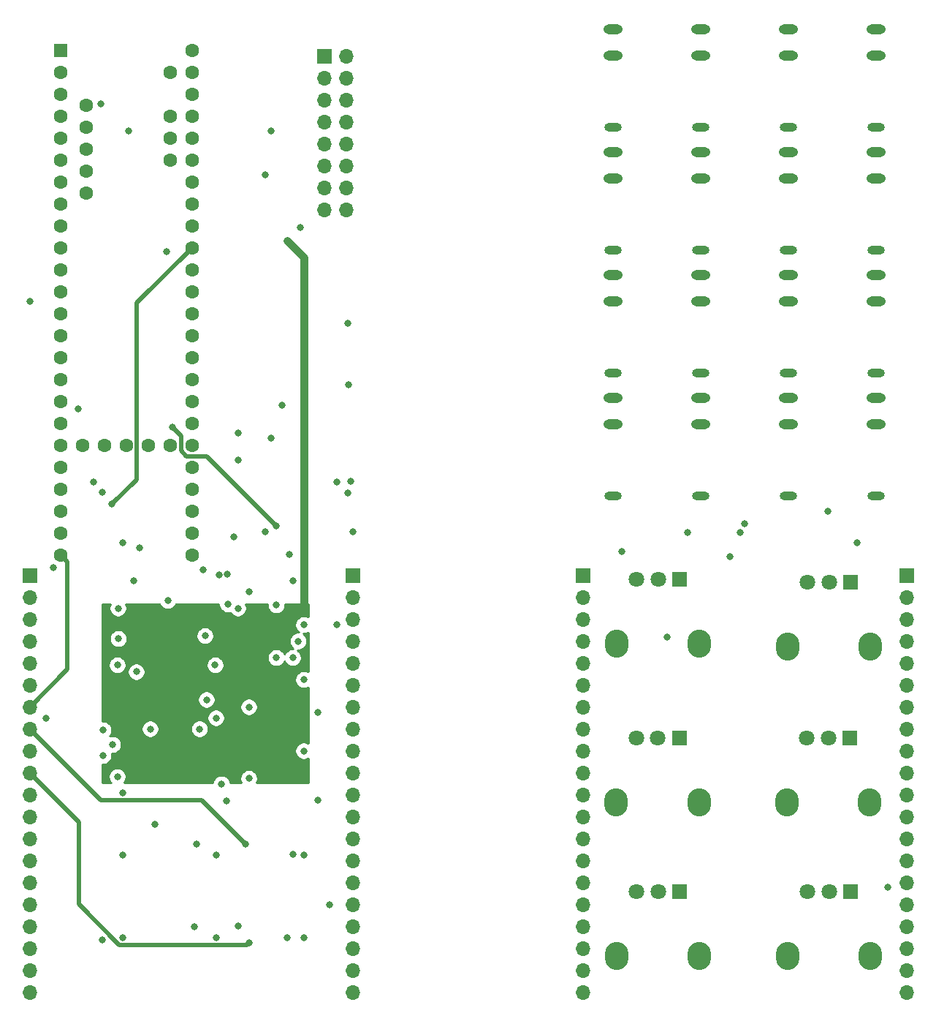
<source format=gbr>
%TF.GenerationSoftware,KiCad,Pcbnew,(5.1.6-0-10_14)*%
%TF.CreationDate,2021-03-26T18:44:24-04:00*%
%TF.ProjectId,lowstepper_hardware,6c6f7773-7465-4707-9065-725f68617264,rev?*%
%TF.SameCoordinates,Original*%
%TF.FileFunction,Copper,L5,Inr*%
%TF.FilePolarity,Positive*%
%FSLAX46Y46*%
G04 Gerber Fmt 4.6, Leading zero omitted, Abs format (unit mm)*
G04 Created by KiCad (PCBNEW (5.1.6-0-10_14)) date 2021-03-26 18:44:24*
%MOMM*%
%LPD*%
G01*
G04 APERTURE LIST*
%TA.AperFunction,ViaPad*%
%ADD10R,1.800000X1.800000*%
%TD*%
%TA.AperFunction,ViaPad*%
%ADD11C,1.800000*%
%TD*%
%TA.AperFunction,ViaPad*%
%ADD12O,2.720000X3.240000*%
%TD*%
%TA.AperFunction,ViaPad*%
%ADD13O,2.216000X1.108000*%
%TD*%
%TA.AperFunction,ViaPad*%
%ADD14O,2.016000X1.008000*%
%TD*%
%TA.AperFunction,ViaPad*%
%ADD15O,1.700000X1.700000*%
%TD*%
%TA.AperFunction,ViaPad*%
%ADD16R,1.700000X1.700000*%
%TD*%
%TA.AperFunction,ViaPad*%
%ADD17C,1.600000*%
%TD*%
%TA.AperFunction,ViaPad*%
%ADD18R,1.600000X1.600000*%
%TD*%
%TA.AperFunction,ViaPad*%
%ADD19C,0.800000*%
%TD*%
%TA.AperFunction,Conductor*%
%ADD20C,0.500000*%
%TD*%
%TA.AperFunction,Conductor*%
%ADD21C,0.890000*%
%TD*%
%TA.AperFunction,Conductor*%
%ADD22C,0.254000*%
%TD*%
G04 APERTURE END LIST*
D10*
%TO.N,+3V3*%
%TO.C,RV6*%
X267843000Y-129921000D03*
D11*
%TO.N,POT_CHUNKS_B_TOP*%
X265343000Y-129921000D03*
%TO.N,GND*%
X262843000Y-129921000D03*
D12*
%TO.N,*%
X260543000Y-137421000D03*
X270143000Y-137421000D03*
%TD*%
D10*
%TO.N,+3V3*%
%TO.C,RV3*%
X248031000Y-129921000D03*
D11*
%TO.N,POT_CHUNKS_A_TOP*%
X245531000Y-129921000D03*
%TO.N,GND*%
X243031000Y-129921000D03*
D12*
%TO.N,*%
X240731000Y-137421000D03*
X250331000Y-137421000D03*
%TD*%
D10*
%TO.N,+3V3*%
%TO.C,RV2*%
X248031000Y-93789500D03*
D11*
%TO.N,POT_RATE_A_TOP*%
X245531000Y-93789500D03*
%TO.N,GND*%
X243031000Y-93789500D03*
D12*
%TO.N,*%
X240731000Y-101289500D03*
X250331000Y-101289500D03*
%TD*%
D13*
%TO.N,GND*%
%TO.C,J1*%
X270764000Y-58544000D03*
%TO.N,Net-(J1-Pad2)*%
X270764000Y-61644000D03*
D14*
%TO.N,OUT_A_TOP*%
X270764000Y-69944000D03*
%TD*%
D13*
%TO.N,GND*%
%TO.C,J2*%
X270764000Y-72768000D03*
%TO.N,Net-(J2-Pad2)*%
X270764000Y-75868000D03*
D14*
%TO.N,OUT_B_TOP*%
X270764000Y-84168000D03*
%TD*%
D13*
%TO.N,GND*%
%TO.C,J3*%
X270764000Y-30096000D03*
%TO.N,Net-(J3-Pad2)*%
X270764000Y-33196000D03*
D14*
%TO.N,EOC_A_TOP*%
X270764000Y-41496000D03*
%TD*%
D13*
%TO.N,GND*%
%TO.C,J4*%
X270764000Y-44320000D03*
%TO.N,Net-(J4-Pad2)*%
X270764000Y-47420000D03*
D14*
%TO.N,EOC_B_TOP*%
X270764000Y-55720000D03*
%TD*%
D13*
%TO.N,GND*%
%TO.C,J5*%
X250444000Y-58544000D03*
X250444000Y-61644000D03*
D14*
%TO.N,MORPH_A_TOP*%
X250444000Y-69944000D03*
%TD*%
D13*
%TO.N,GND*%
%TO.C,J6*%
X240284000Y-58544000D03*
X240284000Y-61644000D03*
D14*
%TO.N,RATE_A_TOP*%
X240284000Y-69944000D03*
%TD*%
D13*
%TO.N,GND*%
%TO.C,J7*%
X260604000Y-58544000D03*
X260604000Y-61644000D03*
D14*
%TO.N,CHUNKS_A_TOP*%
X260604000Y-69944000D03*
%TD*%
D13*
%TO.N,GND*%
%TO.C,J9*%
X250444000Y-72768000D03*
X250444000Y-75868000D03*
D14*
%TO.N,MORPH_B_TOP*%
X250444000Y-84168000D03*
%TD*%
D13*
%TO.N,GND*%
%TO.C,J10*%
X240284000Y-72768000D03*
X240284000Y-75868000D03*
D14*
%TO.N,RATE_B_TOP*%
X240284000Y-84168000D03*
%TD*%
D13*
%TO.N,GND*%
%TO.C,J11*%
X260604000Y-72768000D03*
X260604000Y-75868000D03*
D14*
%TO.N,CHUNKS_B_TOP*%
X260604000Y-84168000D03*
%TD*%
D13*
%TO.N,GND*%
%TO.C,J12*%
X250444000Y-30096000D03*
%TO.N,CLK_A_SENSE_TOP*%
X250444000Y-33196000D03*
D14*
%TO.N,CLK_A_TOP*%
X250444000Y-41496000D03*
%TD*%
D13*
%TO.N,GND*%
%TO.C,J13*%
X240284000Y-30096000D03*
%TO.N,TRIG_A_SENSE_TOP*%
X240284000Y-33196000D03*
D14*
%TO.N,TRIG_A_TOP*%
X240284000Y-41496000D03*
%TD*%
D13*
%TO.N,GND*%
%TO.C,J14*%
X260604000Y-30096000D03*
%TO.N,RST_A_SENSE_TOP*%
X260604000Y-33196000D03*
D14*
%TO.N,RST_A_TOP*%
X260604000Y-41496000D03*
%TD*%
D13*
%TO.N,GND*%
%TO.C,J15*%
X250444000Y-44320000D03*
%TO.N,CLK_B_SENSE_TOP*%
X250444000Y-47420000D03*
D14*
%TO.N,CLK_B_TOP*%
X250444000Y-55720000D03*
%TD*%
D13*
%TO.N,GND*%
%TO.C,J16*%
X240284000Y-44320000D03*
%TO.N,TRIG_B_SENSE_TOP*%
X240284000Y-47420000D03*
D14*
%TO.N,TRIG_B_TOP*%
X240284000Y-55720000D03*
%TD*%
D13*
%TO.N,GND*%
%TO.C,J17*%
X260604000Y-44320000D03*
%TO.N,RST_B_SENSE_TOP*%
X260604000Y-47420000D03*
D14*
%TO.N,RST_B_TOP*%
X260604000Y-55720000D03*
%TD*%
D15*
%TO.N,GND*%
%TO.C,J19*%
X236855000Y-141605000D03*
%TO.N,BTN_TOP*%
X236855000Y-139065000D03*
%TO.N,POT_CHUNKS_A_TOP*%
X236855000Y-136525000D03*
%TO.N,POT_MORPH_A_TOP*%
X236855000Y-133985000D03*
%TO.N,POT_RATE_A_TOP*%
X236855000Y-131445000D03*
%TO.N,LED_A_B_TOP*%
X236855000Y-128905000D03*
%TO.N,LED_A_G_TOP*%
X236855000Y-126365000D03*
%TO.N,LED_A_R_TOP*%
X236855000Y-123825000D03*
%TO.N,MORPH_B_TOP*%
X236855000Y-121285000D03*
%TO.N,MORPH_A_TOP*%
X236855000Y-118745000D03*
%TO.N,CLK_B_TOP*%
X236855000Y-116205000D03*
%TO.N,CLK_B_SENSE_TOP*%
X236855000Y-113665000D03*
%TO.N,CLK_A_TOP*%
X236855000Y-111125000D03*
%TO.N,CLK_A_SENSE_TOP*%
X236855000Y-108585000D03*
%TO.N,TRIG_A_TOP*%
X236855000Y-106045000D03*
%TO.N,TRIG_A_SENSE_TOP*%
X236855000Y-103505000D03*
%TO.N,TRIG_B_TOP*%
X236855000Y-100965000D03*
%TO.N,TRIG_B_SENSE_TOP*%
X236855000Y-98425000D03*
%TO.N,RATE_A_TOP*%
X236855000Y-95885000D03*
D16*
%TO.N,RATE_B_TOP*%
X236855000Y-93345000D03*
%TD*%
D12*
%TO.N,*%
%TO.C,RV1*%
X250291600Y-119634000D03*
X240691600Y-119634000D03*
D11*
%TO.N,GND*%
X242991600Y-112134000D03*
%TO.N,POT_MORPH_A_TOP*%
X245491600Y-112134000D03*
D10*
%TO.N,+3V3*%
X247991600Y-112134000D03*
%TD*%
%TO.N,+3V3*%
%TO.C,RV5*%
X267843000Y-94100000D03*
D11*
%TO.N,POT_RATE_B_TOP*%
X265343000Y-94100000D03*
%TO.N,GND*%
X262843000Y-94100000D03*
D12*
%TO.N,*%
X260543000Y-101600000D03*
X270143000Y-101600000D03*
%TD*%
%TO.N,*%
%TO.C,RV4*%
X270077000Y-119634000D03*
X260477000Y-119634000D03*
D11*
%TO.N,GND*%
X262777000Y-112134000D03*
%TO.N,POT_MORPH_B_TOP*%
X265277000Y-112134000D03*
D10*
%TO.N,+3V3*%
X267777000Y-112134000D03*
%TD*%
D15*
%TO.N,+3V3*%
%TO.C,J18*%
X274320000Y-141605000D03*
%TO.N,Net-(J18-Pad19)*%
X274320000Y-139065000D03*
%TO.N,POT_CHUNKS_B_TOP*%
X274320000Y-136525000D03*
%TO.N,POT_MORPH_B_TOP*%
X274320000Y-133985000D03*
%TO.N,POT_RATE_B_TOP*%
X274320000Y-131445000D03*
%TO.N,LED_B_B_TOP*%
X274320000Y-128905000D03*
%TO.N,LED_B_G_TOP*%
X274320000Y-126365000D03*
%TO.N,LED_B_R_TOP*%
X274320000Y-123825000D03*
%TO.N,CHUNKS_B_TOP*%
X274320000Y-121285000D03*
%TO.N,CHUNKS_A_TOP*%
X274320000Y-118745000D03*
%TO.N,RST_B_TOP*%
X274320000Y-116205000D03*
%TO.N,RST_B_SENSE_TOP*%
X274320000Y-113665000D03*
%TO.N,RST_A_TOP*%
X274320000Y-111125000D03*
%TO.N,RST_A_SENSE_TOP*%
X274320000Y-108585000D03*
%TO.N,Net-(J18-Pad6)*%
X274320000Y-106045000D03*
%TO.N,Net-(J18-Pad5)*%
X274320000Y-103505000D03*
%TO.N,EOC_A_TOP*%
X274320000Y-100965000D03*
%TO.N,EOC_B_TOP*%
X274320000Y-98425000D03*
%TO.N,OUT_A_TOP*%
X274320000Y-95885000D03*
D16*
%TO.N,OUT_B_TOP*%
X274320000Y-93345000D03*
%TD*%
D17*
%TO.N,N/C*%
%TO.C,U3*%
X179276000Y-49085500D03*
X179276000Y-46545500D03*
X179276000Y-44005500D03*
X179276000Y-41465500D03*
X179276000Y-38925500D03*
%TO.N,Net-(U3-Pad57)*%
X188976000Y-45275500D03*
%TO.N,Net-(U3-Pad56)*%
X188976000Y-42735500D03*
%TO.N,Net-(U3-Pad55)*%
X188976000Y-40195500D03*
%TO.N,Net-(U3-Pad54)*%
X188976000Y-35115500D03*
%TO.N,+5V*%
X191516000Y-32575500D03*
%TO.N,Net-(U3-Pad52)*%
X191516000Y-35115500D03*
%TO.N,+3V3*%
X191516000Y-37655500D03*
%TO.N,POT_RATE_B_BOTTOM*%
X191516000Y-40195500D03*
%TO.N,POT_MORPH_B_BOTTOM*%
X191516000Y-42735500D03*
%TO.N,POT_CHUNKS_B_BOTTOM*%
X191516000Y-45275500D03*
%TO.N,/RATE_CV_B*%
X191516000Y-47815500D03*
%TO.N,/MORPH_CV_B*%
X191516000Y-50355500D03*
%TO.N,/CHUNK_CV_B*%
X191516000Y-52895500D03*
%TO.N,RST_B_SENSE_BOTTOM*%
X191516000Y-55435500D03*
%TO.N,TRIG_B_SENSE_BOTTOM*%
X191516000Y-57975500D03*
%TO.N,CLK_B_SENSE_BOTTOM*%
X191516000Y-60515500D03*
%TO.N,BTN_BOTTOM*%
X191516000Y-63055500D03*
%TO.N,Net-(U3-Pad40)*%
X191516000Y-65595500D03*
%TO.N,GND*%
X191516000Y-68135500D03*
%TO.N,/DAC_OUT_B*%
X191516000Y-70675500D03*
D18*
%TO.N,GND*%
X176276000Y-32575500D03*
D17*
%TO.N,/EOC_A*%
X176276000Y-35115500D03*
%TO.N,/EOC_B*%
X176276000Y-37655500D03*
%TO.N,Net-(U3-Pad4)*%
X176276000Y-40195500D03*
%TO.N,LED_A_R_BOTTOM*%
X176276000Y-42735500D03*
%TO.N,LED_A_G_BOTTOM*%
X176276000Y-45275500D03*
%TO.N,LED_A_B_BOTTOM*%
X176276000Y-47815500D03*
%TO.N,LED_B_R_BOTTOM*%
X176276000Y-50355500D03*
%TO.N,Net-(U3-Pad9)*%
X176276000Y-52895500D03*
%TO.N,Net-(U3-Pad10)*%
X176276000Y-55435500D03*
%TO.N,LED_B_G_BOTTOM*%
X176276000Y-57975500D03*
%TO.N,LED_B_B_BOTTOM*%
X176276000Y-60515500D03*
%TO.N,Net-(U3-Pad13)*%
X176276000Y-63055500D03*
%TO.N,/DAC_OUT_A*%
X191516000Y-73215500D03*
%TO.N,Net-(U3-Pad36)*%
X191516000Y-75755500D03*
%TO.N,/CHUNK_CV_A*%
X191516000Y-78295500D03*
%TO.N,/MORPH_CV_A*%
X191516000Y-80835500D03*
%TO.N,/RATE_CV_A*%
X191516000Y-83375500D03*
%TO.N,POT_CHUNKS_A_BOTTOM*%
X191516000Y-85915500D03*
%TO.N,POT_MORPH_A_BOTTOM*%
X191516000Y-88455500D03*
%TO.N,POT_RATE_A_BOTTOM*%
X191516000Y-90995500D03*
%TO.N,Net-(U3-Pad29)*%
X188976000Y-78295500D03*
%TO.N,Net-(U3-Pad28)*%
X186436000Y-78295500D03*
%TO.N,GND*%
X183896000Y-78295500D03*
%TO.N,Net-(U3-Pad26)*%
X181356000Y-78295500D03*
%TO.N,Net-(U3-Pad25)*%
X178816000Y-78295500D03*
%TO.N,RST_A_SENSE_BOTTOM*%
X176276000Y-90995500D03*
%TO.N,TRIG_A_SENSE_BOTTOM*%
X176276000Y-88455500D03*
%TO.N,CLK_A_SENSE_BOTTOM*%
X176276000Y-85915500D03*
%TO.N,/RESET_IN_B*%
X176276000Y-83375500D03*
%TO.N,Net-(U3-Pad14)*%
X176276000Y-65595500D03*
%TO.N,Net-(U3-Pad15)*%
X176276000Y-68135500D03*
%TO.N,/CLK_IN_A*%
X176276000Y-70675500D03*
%TO.N,/TRIG_IN_B*%
X176276000Y-80835500D03*
%TO.N,/CLK_IN_B*%
X176276000Y-78295500D03*
%TO.N,/RESET_IN_A*%
X176276000Y-75755500D03*
%TO.N,/TRIG_IN_A*%
X176276000Y-73215500D03*
%TD*%
D15*
%TO.N,Net-(J8-Pad16)*%
%TO.C,J8*%
X209423000Y-51054000D03*
%TO.N,Net-(J8-Pad15)*%
X206883000Y-51054000D03*
%TO.N,Net-(J8-Pad14)*%
X209423000Y-48514000D03*
%TO.N,Net-(J8-Pad13)*%
X206883000Y-48514000D03*
%TO.N,+5V*%
X209423000Y-45974000D03*
X206883000Y-45974000D03*
%TO.N,+12V*%
X209423000Y-43434000D03*
X206883000Y-43434000D03*
%TO.N,GND*%
X209423000Y-40894000D03*
X206883000Y-40894000D03*
X209423000Y-38354000D03*
X206883000Y-38354000D03*
X209423000Y-35814000D03*
X206883000Y-35814000D03*
%TO.N,-12V*%
X209423000Y-33274000D03*
D16*
X206883000Y-33274000D03*
%TD*%
D15*
%TO.N,+3V3*%
%TO.C,J20*%
X172720000Y-141605000D03*
%TO.N,Net-(J20-Pad19)*%
X172720000Y-139065000D03*
%TO.N,POT_CHUNKS_B_BOTTOM*%
X172720000Y-136525000D03*
%TO.N,POT_MORPH_B_BOTTOM*%
X172720000Y-133985000D03*
%TO.N,POT_RATE_B_BOTTOM*%
X172720000Y-131445000D03*
%TO.N,LED_B_B_BOTTOM*%
X172720000Y-128905000D03*
%TO.N,LED_B_G_BOTTOM*%
X172720000Y-126365000D03*
%TO.N,LED_B_R_BOTTOM*%
X172720000Y-123825000D03*
%TO.N,CHUNKS_B_BOTTOM*%
X172720000Y-121285000D03*
%TO.N,CHUNKS_A_BOTTOM*%
X172720000Y-118745000D03*
%TO.N,RST_B_BOTTOM*%
X172720000Y-116205000D03*
%TO.N,RST_B_SENSE_BOTTOM*%
X172720000Y-113665000D03*
%TO.N,RST_A_BOTTOM*%
X172720000Y-111125000D03*
%TO.N,RST_A_SENSE_BOTTOM*%
X172720000Y-108585000D03*
%TO.N,Net-(J20-Pad6)*%
X172720000Y-106045000D03*
%TO.N,Net-(J20-Pad5)*%
X172720000Y-103505000D03*
%TO.N,EOC_A_BOTTOM*%
X172720000Y-100965000D03*
%TO.N,EOC_B_BOTTOM*%
X172720000Y-98425000D03*
%TO.N,OUT_A_BOTTOM*%
X172720000Y-95885000D03*
D16*
%TO.N,OUT_B_BOTTOM*%
X172720000Y-93345000D03*
%TD*%
D15*
%TO.N,GND*%
%TO.C,J21*%
X210185000Y-141605000D03*
%TO.N,BTN_BOTTOM*%
X210185000Y-139065000D03*
%TO.N,POT_CHUNKS_A_BOTTOM*%
X210185000Y-136525000D03*
%TO.N,POT_MORPH_A_BOTTOM*%
X210185000Y-133985000D03*
%TO.N,POT_RATE_A_BOTTOM*%
X210185000Y-131445000D03*
%TO.N,LED_A_B_BOTTOM*%
X210185000Y-128905000D03*
%TO.N,LED_A_G_BOTTOM*%
X210185000Y-126365000D03*
%TO.N,LED_A_R_BOTTOM*%
X210185000Y-123825000D03*
%TO.N,MORPH_B_BOTTOM*%
X210185000Y-121285000D03*
%TO.N,MORPH_A_BOTTOM*%
X210185000Y-118745000D03*
%TO.N,CLK_B_BOTTOM*%
X210185000Y-116205000D03*
%TO.N,CLK_B_SENSE_BOTTOM*%
X210185000Y-113665000D03*
%TO.N,CLK_A_BOTTOM*%
X210185000Y-111125000D03*
%TO.N,CLK_A_SENSE_BOTTOM*%
X210185000Y-108585000D03*
%TO.N,TRIG_A_BOTTOM*%
X210185000Y-106045000D03*
%TO.N,TRIG_A_SENSE_BOTTOM*%
X210185000Y-103505000D03*
%TO.N,TRIG_B_BOTTOM*%
X210185000Y-100965000D03*
%TO.N,TRIG_B_SENSE_BOTTOM*%
X210185000Y-98425000D03*
%TO.N,RATE_A_BOTTOM*%
X210185000Y-95885000D03*
D16*
%TO.N,RATE_B_BOTTOM*%
X210185000Y-93345000D03*
%TD*%
D19*
%TO.N,GND*%
X203263500Y-125666500D03*
X201295000Y-102870000D03*
X209931000Y-82486500D03*
X201295000Y-96774000D03*
X193040000Y-100330000D03*
X202819000Y-90932000D03*
X187198000Y-122174000D03*
X192024000Y-124460000D03*
X181102000Y-135509000D03*
X191770000Y-133985000D03*
X202565000Y-135255000D03*
X192405000Y-111125000D03*
X194310000Y-109855000D03*
X248920041Y-88415999D03*
X241363500Y-90614500D03*
%TO.N,+3V3*%
X204470000Y-135255000D03*
X194310000Y-135255000D03*
X183515000Y-135255000D03*
X183515000Y-125730000D03*
X194310000Y-125730000D03*
X204470000Y-125730000D03*
X193206116Y-107735000D03*
X196850000Y-97155000D03*
X209550000Y-83820000D03*
%TO.N,/EOC_A*%
X184150000Y-41910000D03*
X180975000Y-38735000D03*
X201295000Y-87630000D03*
X189230000Y-76200000D03*
%TO.N,/EOC_B*%
X209550000Y-64135000D03*
%TO.N,+5V*%
X200660000Y-41910000D03*
X200025000Y-46990000D03*
X209677000Y-71247000D03*
%TO.N,/RATE_CV_B*%
X195656367Y-93215191D03*
X195677459Y-96676541D03*
X188722000Y-96266000D03*
%TO.N,/MORPH_CV_B*%
X194657041Y-93251959D03*
%TO.N,/CHUNK_CV_B*%
X198120000Y-95250000D03*
%TO.N,/CHUNK_CV_A*%
X181229000Y-111252000D03*
X181208065Y-114193935D03*
%TO.N,/RATE_CV_A*%
X181102000Y-83693000D03*
%TO.N,/TRIG_IN_B*%
X175475000Y-92475999D03*
%TO.N,/CLK_IN_B*%
X174625000Y-109855000D03*
%TO.N,/RESET_IN_A*%
X180086000Y-82550000D03*
%TO.N,/TRIG_IN_A*%
X178376001Y-74041000D03*
%TO.N,/AREF_-10V*%
X204470000Y-97155000D03*
X202565000Y-54610000D03*
%TO.N,-12V*%
X208280000Y-82550000D03*
X204089000Y-53086000D03*
%TO.N,+12V*%
X201930000Y-73660000D03*
%TO.N,/Morph_CV_A_cct/AREF_-10V*%
X185086688Y-104511228D03*
%TO.N,/Rate_CV_A_cct/AREF_-10V*%
X182346647Y-112928353D03*
%TO.N,/Chunks_CV_A_cct/AREF_-10V*%
X204470000Y-113665000D03*
%TO.N,/Morph_CV_B_cct/AREF_-10V*%
X204470000Y-105410000D03*
%TO.N,/Rate_CV_B_cct/AREF_-10V*%
X182968000Y-97155000D03*
%TO.N,/Chunks_CV_B_cct/AREF_-10V*%
X204470000Y-99060000D03*
%TO.N,POT_RATE_A_TOP*%
X246623693Y-100472093D03*
%TO.N,LED_A_B_TOP*%
X255016000Y-88392000D03*
%TO.N,LED_A_R_TOP*%
X253873000Y-91186000D03*
%TO.N,LED_B_G_BOTTOM*%
X172720000Y-61595000D03*
%TO.N,CHUNKS_A_BOTTOM*%
X182880000Y-116648020D03*
%TO.N,RST_B_BOTTOM*%
X198120000Y-135890000D03*
%TO.N,RST_A_BOTTOM*%
X197700000Y-124460000D03*
%TO.N,EOC_A_BOTTOM*%
X203200000Y-102870000D03*
%TO.N,EOC_B_BOTTOM*%
X210185000Y-88265000D03*
%TO.N,OUT_A_BOTTOM*%
X200660000Y-77470000D03*
X196357042Y-88900000D03*
X192825000Y-92710000D03*
%TO.N,OUT_B_BOTTOM*%
X184785000Y-93980000D03*
X196850000Y-80010000D03*
X196850000Y-76835000D03*
%TO.N,POT_RATE_B_TOP*%
X272169999Y-129413000D03*
%TO.N,RST_A_TOP*%
X268605000Y-89535000D03*
X265249015Y-85905986D03*
%TO.N,CHUNKS_B_BOTTOM*%
X183515000Y-118530000D03*
X198120000Y-116840000D03*
X206100465Y-109188688D03*
X203835000Y-100965000D03*
%TO.N,RST_B_SENSE_BOTTOM*%
X182274541Y-85119541D03*
%TO.N,MORPH_A_BOTTOM*%
X186690000Y-111125000D03*
%TO.N,RATE_A_BOTTOM*%
X182880000Y-103720000D03*
%TO.N,CLK_A_SENSE_BOTTOM*%
X198120000Y-108585000D03*
X185420000Y-90170000D03*
%TO.N,POT_CHUNKS_A_BOTTOM*%
X200025000Y-88265000D03*
%TO.N,POT_MORPH_A_BOTTOM*%
X195505005Y-119454995D03*
X207495010Y-131445000D03*
%TO.N,POT_RATE_A_BOTTOM*%
X194945000Y-117498020D03*
%TO.N,LED_A_B_BOTTOM*%
X188595000Y-55880000D03*
%TO.N,LED_A_G_BOTTOM*%
X203200000Y-93980000D03*
%TO.N,MORPH_B_BOTTOM*%
X206094990Y-119380000D03*
%TO.N,TRIG_A_SENSE_BOTTOM*%
X183515000Y-89535000D03*
X183001488Y-100671030D03*
%TO.N,TRIG_B_BOTTOM*%
X196850000Y-133973002D03*
%TO.N,RATE_B_BOTTOM*%
X208280000Y-99060000D03*
X194220209Y-103720000D03*
%TO.N,BTN_TOP*%
X255524000Y-87376000D03*
%TD*%
D20*
%TO.N,/EOC_A*%
X189230000Y-76200000D02*
X190265999Y-77235999D01*
X190265999Y-77235999D02*
X190265999Y-78895501D01*
X190265999Y-78895501D02*
X190915999Y-79545501D01*
X190915999Y-79545501D02*
X193210501Y-79545501D01*
X193210501Y-79545501D02*
X201295000Y-87630000D01*
D21*
%TO.N,/AREF_-10V*%
X202565000Y-54610000D02*
X204470000Y-56515000D01*
X204470000Y-56515000D02*
X204470000Y-97155000D01*
D20*
%TO.N,RST_B_BOTTOM*%
X198120000Y-135890000D02*
X197904999Y-136105001D01*
X178435000Y-131433002D02*
X183106999Y-136105001D01*
X183106999Y-136105001D02*
X197904999Y-136105001D01*
X178435000Y-121920000D02*
X178435000Y-131433002D01*
X178435000Y-121920000D02*
X172720000Y-116205000D01*
%TO.N,RST_A_BOTTOM*%
X192620000Y-119380000D02*
X180975000Y-119380000D01*
X180975000Y-119380000D02*
X172720000Y-111125000D01*
X197700000Y-124460000D02*
X192620000Y-119380000D01*
%TO.N,RST_B_SENSE_BOTTOM*%
X182274541Y-85119541D02*
X185146001Y-82248081D01*
X185146001Y-82248081D02*
X185146001Y-61805499D01*
X185146001Y-61805499D02*
X191516000Y-55435500D01*
%TO.N,RST_A_SENSE_BOTTOM*%
X172720000Y-108585000D02*
X177075999Y-104229001D01*
X177075999Y-104229001D02*
X177075999Y-91795499D01*
X177075999Y-91795499D02*
X176276000Y-90995500D01*
%TD*%
D22*
%TO.N,/AREF_-10V*%
G36*
X182050795Y-96664744D02*
G01*
X181972774Y-96853102D01*
X181933000Y-97053061D01*
X181933000Y-97256939D01*
X181972774Y-97456898D01*
X182050795Y-97645256D01*
X182164063Y-97814774D01*
X182308226Y-97958937D01*
X182477744Y-98072205D01*
X182666102Y-98150226D01*
X182866061Y-98190000D01*
X183069939Y-98190000D01*
X183269898Y-98150226D01*
X183458256Y-98072205D01*
X183627774Y-97958937D01*
X183771937Y-97814774D01*
X183885205Y-97645256D01*
X183963226Y-97456898D01*
X184003000Y-97256939D01*
X184003000Y-97053061D01*
X183963226Y-96853102D01*
X183885205Y-96664744D01*
X183873349Y-96647000D01*
X187759539Y-96647000D01*
X187804795Y-96756256D01*
X187918063Y-96925774D01*
X188062226Y-97069937D01*
X188231744Y-97183205D01*
X188420102Y-97261226D01*
X188620061Y-97301000D01*
X188823939Y-97301000D01*
X189023898Y-97261226D01*
X189212256Y-97183205D01*
X189381774Y-97069937D01*
X189525937Y-96925774D01*
X189639205Y-96756256D01*
X189684461Y-96647000D01*
X194642459Y-96647000D01*
X194642459Y-96778480D01*
X194682233Y-96978439D01*
X194760254Y-97166797D01*
X194873522Y-97336315D01*
X195017685Y-97480478D01*
X195187203Y-97593746D01*
X195375561Y-97671767D01*
X195575520Y-97711541D01*
X195779398Y-97711541D01*
X195953893Y-97676832D01*
X196046063Y-97814774D01*
X196190226Y-97958937D01*
X196359744Y-98072205D01*
X196548102Y-98150226D01*
X196748061Y-98190000D01*
X196951939Y-98190000D01*
X197151898Y-98150226D01*
X197340256Y-98072205D01*
X197509774Y-97958937D01*
X197653937Y-97814774D01*
X197767205Y-97645256D01*
X197845226Y-97456898D01*
X197885000Y-97256939D01*
X197885000Y-97053061D01*
X197845226Y-96853102D01*
X197767205Y-96664744D01*
X197755349Y-96647000D01*
X200264985Y-96647000D01*
X200260000Y-96672061D01*
X200260000Y-96875939D01*
X200299774Y-97075898D01*
X200377795Y-97264256D01*
X200491063Y-97433774D01*
X200635226Y-97577937D01*
X200804744Y-97691205D01*
X200993102Y-97769226D01*
X201193061Y-97809000D01*
X201396939Y-97809000D01*
X201596898Y-97769226D01*
X201785256Y-97691205D01*
X201954774Y-97577937D01*
X202098937Y-97433774D01*
X202212205Y-97264256D01*
X202290226Y-97075898D01*
X202330000Y-96875939D01*
X202330000Y-96672061D01*
X202325015Y-96647000D01*
X204978000Y-96647000D01*
X204978000Y-98154651D01*
X204960256Y-98142795D01*
X204771898Y-98064774D01*
X204571939Y-98025000D01*
X204368061Y-98025000D01*
X204168102Y-98064774D01*
X203979744Y-98142795D01*
X203810226Y-98256063D01*
X203666063Y-98400226D01*
X203552795Y-98569744D01*
X203474774Y-98758102D01*
X203435000Y-98958061D01*
X203435000Y-99161939D01*
X203474774Y-99361898D01*
X203552795Y-99550256D01*
X203666063Y-99719774D01*
X203810226Y-99863937D01*
X203909097Y-99930000D01*
X203733061Y-99930000D01*
X203533102Y-99969774D01*
X203344744Y-100047795D01*
X203175226Y-100161063D01*
X203031063Y-100305226D01*
X202917795Y-100474744D01*
X202839774Y-100663102D01*
X202800000Y-100863061D01*
X202800000Y-101066939D01*
X202839774Y-101266898D01*
X202917795Y-101455256D01*
X203031063Y-101624774D01*
X203175226Y-101768937D01*
X203274097Y-101835000D01*
X203098061Y-101835000D01*
X202898102Y-101874774D01*
X202709744Y-101952795D01*
X202540226Y-102066063D01*
X202396063Y-102210226D01*
X202282795Y-102379744D01*
X202247500Y-102464953D01*
X202212205Y-102379744D01*
X202098937Y-102210226D01*
X201954774Y-102066063D01*
X201785256Y-101952795D01*
X201596898Y-101874774D01*
X201396939Y-101835000D01*
X201193061Y-101835000D01*
X200993102Y-101874774D01*
X200804744Y-101952795D01*
X200635226Y-102066063D01*
X200491063Y-102210226D01*
X200377795Y-102379744D01*
X200299774Y-102568102D01*
X200260000Y-102768061D01*
X200260000Y-102971939D01*
X200299774Y-103171898D01*
X200377795Y-103360256D01*
X200491063Y-103529774D01*
X200635226Y-103673937D01*
X200804744Y-103787205D01*
X200993102Y-103865226D01*
X201193061Y-103905000D01*
X201396939Y-103905000D01*
X201596898Y-103865226D01*
X201785256Y-103787205D01*
X201954774Y-103673937D01*
X202098937Y-103529774D01*
X202212205Y-103360256D01*
X202247500Y-103275047D01*
X202282795Y-103360256D01*
X202396063Y-103529774D01*
X202540226Y-103673937D01*
X202709744Y-103787205D01*
X202898102Y-103865226D01*
X203098061Y-103905000D01*
X203301939Y-103905000D01*
X203501898Y-103865226D01*
X203690256Y-103787205D01*
X203859774Y-103673937D01*
X204003937Y-103529774D01*
X204117205Y-103360256D01*
X204195226Y-103171898D01*
X204235000Y-102971939D01*
X204235000Y-102768061D01*
X204195226Y-102568102D01*
X204117205Y-102379744D01*
X204003937Y-102210226D01*
X203859774Y-102066063D01*
X203760903Y-102000000D01*
X203936939Y-102000000D01*
X204136898Y-101960226D01*
X204325256Y-101882205D01*
X204494774Y-101768937D01*
X204638937Y-101624774D01*
X204752205Y-101455256D01*
X204830226Y-101266898D01*
X204870000Y-101066939D01*
X204870000Y-100863061D01*
X204830226Y-100663102D01*
X204752205Y-100474744D01*
X204638937Y-100305226D01*
X204494774Y-100161063D01*
X204395903Y-100095000D01*
X204571939Y-100095000D01*
X204771898Y-100055226D01*
X204960256Y-99977205D01*
X204978000Y-99965349D01*
X204978000Y-104504651D01*
X204960256Y-104492795D01*
X204771898Y-104414774D01*
X204571939Y-104375000D01*
X204368061Y-104375000D01*
X204168102Y-104414774D01*
X203979744Y-104492795D01*
X203810226Y-104606063D01*
X203666063Y-104750226D01*
X203552795Y-104919744D01*
X203474774Y-105108102D01*
X203435000Y-105308061D01*
X203435000Y-105511939D01*
X203474774Y-105711898D01*
X203552795Y-105900256D01*
X203666063Y-106069774D01*
X203810226Y-106213937D01*
X203979744Y-106327205D01*
X204168102Y-106405226D01*
X204368061Y-106445000D01*
X204571939Y-106445000D01*
X204771898Y-106405226D01*
X204960256Y-106327205D01*
X204978000Y-106315349D01*
X204978000Y-112759651D01*
X204960256Y-112747795D01*
X204771898Y-112669774D01*
X204571939Y-112630000D01*
X204368061Y-112630000D01*
X204168102Y-112669774D01*
X203979744Y-112747795D01*
X203810226Y-112861063D01*
X203666063Y-113005226D01*
X203552795Y-113174744D01*
X203474774Y-113363102D01*
X203435000Y-113563061D01*
X203435000Y-113766939D01*
X203474774Y-113966898D01*
X203552795Y-114155256D01*
X203666063Y-114324774D01*
X203810226Y-114468937D01*
X203979744Y-114582205D01*
X204168102Y-114660226D01*
X204368061Y-114700000D01*
X204571939Y-114700000D01*
X204771898Y-114660226D01*
X204960256Y-114582205D01*
X204978000Y-114570349D01*
X204978000Y-117348000D01*
X199025349Y-117348000D01*
X199037205Y-117330256D01*
X199115226Y-117141898D01*
X199155000Y-116941939D01*
X199155000Y-116738061D01*
X199115226Y-116538102D01*
X199037205Y-116349744D01*
X198923937Y-116180226D01*
X198779774Y-116036063D01*
X198610256Y-115922795D01*
X198421898Y-115844774D01*
X198221939Y-115805000D01*
X198018061Y-115805000D01*
X197818102Y-115844774D01*
X197629744Y-115922795D01*
X197460226Y-116036063D01*
X197316063Y-116180226D01*
X197202795Y-116349744D01*
X197124774Y-116538102D01*
X197085000Y-116738061D01*
X197085000Y-116941939D01*
X197124774Y-117141898D01*
X197202795Y-117330256D01*
X197214651Y-117348000D01*
X195970436Y-117348000D01*
X195940226Y-117196122D01*
X195862205Y-117007764D01*
X195748937Y-116838246D01*
X195604774Y-116694083D01*
X195435256Y-116580815D01*
X195246898Y-116502794D01*
X195046939Y-116463020D01*
X194843061Y-116463020D01*
X194643102Y-116502794D01*
X194454744Y-116580815D01*
X194285226Y-116694083D01*
X194141063Y-116838246D01*
X194027795Y-117007764D01*
X193949774Y-117196122D01*
X193919564Y-117348000D01*
X183643731Y-117348000D01*
X183683937Y-117307794D01*
X183797205Y-117138276D01*
X183875226Y-116949918D01*
X183915000Y-116749959D01*
X183915000Y-116546081D01*
X183875226Y-116346122D01*
X183797205Y-116157764D01*
X183683937Y-115988246D01*
X183539774Y-115844083D01*
X183370256Y-115730815D01*
X183181898Y-115652794D01*
X182981939Y-115613020D01*
X182778061Y-115613020D01*
X182578102Y-115652794D01*
X182389744Y-115730815D01*
X182220226Y-115844083D01*
X182076063Y-115988246D01*
X181962795Y-116157764D01*
X181884774Y-116346122D01*
X181845000Y-116546081D01*
X181845000Y-116749959D01*
X181884774Y-116949918D01*
X181962795Y-117138276D01*
X182076063Y-117307794D01*
X182116269Y-117348000D01*
X181102000Y-117348000D01*
X181102000Y-115228114D01*
X181106126Y-115228935D01*
X181310004Y-115228935D01*
X181509963Y-115189161D01*
X181698321Y-115111140D01*
X181867839Y-114997872D01*
X182012002Y-114853709D01*
X182125270Y-114684191D01*
X182203291Y-114495833D01*
X182243065Y-114295874D01*
X182243065Y-114091996D01*
X182216355Y-113957713D01*
X182244708Y-113963353D01*
X182448586Y-113963353D01*
X182648545Y-113923579D01*
X182836903Y-113845558D01*
X183006421Y-113732290D01*
X183150584Y-113588127D01*
X183263852Y-113418609D01*
X183341873Y-113230251D01*
X183381647Y-113030292D01*
X183381647Y-112826414D01*
X183341873Y-112626455D01*
X183263852Y-112438097D01*
X183150584Y-112268579D01*
X183006421Y-112124416D01*
X182836903Y-112011148D01*
X182648545Y-111933127D01*
X182448586Y-111893353D01*
X182244708Y-111893353D01*
X182044749Y-111933127D01*
X181988133Y-111956578D01*
X182032937Y-111911774D01*
X182146205Y-111742256D01*
X182224226Y-111553898D01*
X182264000Y-111353939D01*
X182264000Y-111150061D01*
X182238739Y-111023061D01*
X185655000Y-111023061D01*
X185655000Y-111226939D01*
X185694774Y-111426898D01*
X185772795Y-111615256D01*
X185886063Y-111784774D01*
X186030226Y-111928937D01*
X186199744Y-112042205D01*
X186388102Y-112120226D01*
X186588061Y-112160000D01*
X186791939Y-112160000D01*
X186991898Y-112120226D01*
X187180256Y-112042205D01*
X187349774Y-111928937D01*
X187493937Y-111784774D01*
X187607205Y-111615256D01*
X187685226Y-111426898D01*
X187725000Y-111226939D01*
X187725000Y-111023061D01*
X191370000Y-111023061D01*
X191370000Y-111226939D01*
X191409774Y-111426898D01*
X191487795Y-111615256D01*
X191601063Y-111784774D01*
X191745226Y-111928937D01*
X191914744Y-112042205D01*
X192103102Y-112120226D01*
X192303061Y-112160000D01*
X192506939Y-112160000D01*
X192706898Y-112120226D01*
X192895256Y-112042205D01*
X193064774Y-111928937D01*
X193208937Y-111784774D01*
X193322205Y-111615256D01*
X193400226Y-111426898D01*
X193440000Y-111226939D01*
X193440000Y-111023061D01*
X193400226Y-110823102D01*
X193322205Y-110634744D01*
X193208937Y-110465226D01*
X193064774Y-110321063D01*
X192895256Y-110207795D01*
X192706898Y-110129774D01*
X192506939Y-110090000D01*
X192303061Y-110090000D01*
X192103102Y-110129774D01*
X191914744Y-110207795D01*
X191745226Y-110321063D01*
X191601063Y-110465226D01*
X191487795Y-110634744D01*
X191409774Y-110823102D01*
X191370000Y-111023061D01*
X187725000Y-111023061D01*
X187685226Y-110823102D01*
X187607205Y-110634744D01*
X187493937Y-110465226D01*
X187349774Y-110321063D01*
X187180256Y-110207795D01*
X186991898Y-110129774D01*
X186791939Y-110090000D01*
X186588061Y-110090000D01*
X186388102Y-110129774D01*
X186199744Y-110207795D01*
X186030226Y-110321063D01*
X185886063Y-110465226D01*
X185772795Y-110634744D01*
X185694774Y-110823102D01*
X185655000Y-111023061D01*
X182238739Y-111023061D01*
X182224226Y-110950102D01*
X182146205Y-110761744D01*
X182032937Y-110592226D01*
X181888774Y-110448063D01*
X181719256Y-110334795D01*
X181530898Y-110256774D01*
X181330939Y-110217000D01*
X181127061Y-110217000D01*
X181102000Y-110221985D01*
X181102000Y-109753061D01*
X193275000Y-109753061D01*
X193275000Y-109956939D01*
X193314774Y-110156898D01*
X193392795Y-110345256D01*
X193506063Y-110514774D01*
X193650226Y-110658937D01*
X193819744Y-110772205D01*
X194008102Y-110850226D01*
X194208061Y-110890000D01*
X194411939Y-110890000D01*
X194611898Y-110850226D01*
X194800256Y-110772205D01*
X194969774Y-110658937D01*
X195113937Y-110514774D01*
X195227205Y-110345256D01*
X195305226Y-110156898D01*
X195345000Y-109956939D01*
X195345000Y-109753061D01*
X195305226Y-109553102D01*
X195227205Y-109364744D01*
X195113937Y-109195226D01*
X194969774Y-109051063D01*
X194800256Y-108937795D01*
X194611898Y-108859774D01*
X194411939Y-108820000D01*
X194208061Y-108820000D01*
X194008102Y-108859774D01*
X193819744Y-108937795D01*
X193650226Y-109051063D01*
X193506063Y-109195226D01*
X193392795Y-109364744D01*
X193314774Y-109553102D01*
X193275000Y-109753061D01*
X181102000Y-109753061D01*
X181102000Y-107633061D01*
X192171116Y-107633061D01*
X192171116Y-107836939D01*
X192210890Y-108036898D01*
X192288911Y-108225256D01*
X192402179Y-108394774D01*
X192546342Y-108538937D01*
X192715860Y-108652205D01*
X192904218Y-108730226D01*
X193104177Y-108770000D01*
X193308055Y-108770000D01*
X193508014Y-108730226D01*
X193696372Y-108652205D01*
X193865890Y-108538937D01*
X193921766Y-108483061D01*
X197085000Y-108483061D01*
X197085000Y-108686939D01*
X197124774Y-108886898D01*
X197202795Y-109075256D01*
X197316063Y-109244774D01*
X197460226Y-109388937D01*
X197629744Y-109502205D01*
X197818102Y-109580226D01*
X198018061Y-109620000D01*
X198221939Y-109620000D01*
X198421898Y-109580226D01*
X198610256Y-109502205D01*
X198779774Y-109388937D01*
X198923937Y-109244774D01*
X199037205Y-109075256D01*
X199115226Y-108886898D01*
X199155000Y-108686939D01*
X199155000Y-108483061D01*
X199115226Y-108283102D01*
X199037205Y-108094744D01*
X198923937Y-107925226D01*
X198779774Y-107781063D01*
X198610256Y-107667795D01*
X198421898Y-107589774D01*
X198221939Y-107550000D01*
X198018061Y-107550000D01*
X197818102Y-107589774D01*
X197629744Y-107667795D01*
X197460226Y-107781063D01*
X197316063Y-107925226D01*
X197202795Y-108094744D01*
X197124774Y-108283102D01*
X197085000Y-108483061D01*
X193921766Y-108483061D01*
X194010053Y-108394774D01*
X194123321Y-108225256D01*
X194201342Y-108036898D01*
X194241116Y-107836939D01*
X194241116Y-107633061D01*
X194201342Y-107433102D01*
X194123321Y-107244744D01*
X194010053Y-107075226D01*
X193865890Y-106931063D01*
X193696372Y-106817795D01*
X193508014Y-106739774D01*
X193308055Y-106700000D01*
X193104177Y-106700000D01*
X192904218Y-106739774D01*
X192715860Y-106817795D01*
X192546342Y-106931063D01*
X192402179Y-107075226D01*
X192288911Y-107244744D01*
X192210890Y-107433102D01*
X192171116Y-107633061D01*
X181102000Y-107633061D01*
X181102000Y-103618061D01*
X181845000Y-103618061D01*
X181845000Y-103821939D01*
X181884774Y-104021898D01*
X181962795Y-104210256D01*
X182076063Y-104379774D01*
X182220226Y-104523937D01*
X182389744Y-104637205D01*
X182578102Y-104715226D01*
X182778061Y-104755000D01*
X182981939Y-104755000D01*
X183181898Y-104715226D01*
X183370256Y-104637205D01*
X183539774Y-104523937D01*
X183654422Y-104409289D01*
X184051688Y-104409289D01*
X184051688Y-104613167D01*
X184091462Y-104813126D01*
X184169483Y-105001484D01*
X184282751Y-105171002D01*
X184426914Y-105315165D01*
X184596432Y-105428433D01*
X184784790Y-105506454D01*
X184984749Y-105546228D01*
X185188627Y-105546228D01*
X185388586Y-105506454D01*
X185576944Y-105428433D01*
X185746462Y-105315165D01*
X185890625Y-105171002D01*
X186003893Y-105001484D01*
X186081914Y-104813126D01*
X186121688Y-104613167D01*
X186121688Y-104409289D01*
X186081914Y-104209330D01*
X186003893Y-104020972D01*
X185890625Y-103851454D01*
X185746462Y-103707291D01*
X185612920Y-103618061D01*
X193185209Y-103618061D01*
X193185209Y-103821939D01*
X193224983Y-104021898D01*
X193303004Y-104210256D01*
X193416272Y-104379774D01*
X193560435Y-104523937D01*
X193729953Y-104637205D01*
X193918311Y-104715226D01*
X194118270Y-104755000D01*
X194322148Y-104755000D01*
X194522107Y-104715226D01*
X194710465Y-104637205D01*
X194879983Y-104523937D01*
X195024146Y-104379774D01*
X195137414Y-104210256D01*
X195215435Y-104021898D01*
X195255209Y-103821939D01*
X195255209Y-103618061D01*
X195215435Y-103418102D01*
X195137414Y-103229744D01*
X195024146Y-103060226D01*
X194879983Y-102916063D01*
X194710465Y-102802795D01*
X194522107Y-102724774D01*
X194322148Y-102685000D01*
X194118270Y-102685000D01*
X193918311Y-102724774D01*
X193729953Y-102802795D01*
X193560435Y-102916063D01*
X193416272Y-103060226D01*
X193303004Y-103229744D01*
X193224983Y-103418102D01*
X193185209Y-103618061D01*
X185612920Y-103618061D01*
X185576944Y-103594023D01*
X185388586Y-103516002D01*
X185188627Y-103476228D01*
X184984749Y-103476228D01*
X184784790Y-103516002D01*
X184596432Y-103594023D01*
X184426914Y-103707291D01*
X184282751Y-103851454D01*
X184169483Y-104020972D01*
X184091462Y-104209330D01*
X184051688Y-104409289D01*
X183654422Y-104409289D01*
X183683937Y-104379774D01*
X183797205Y-104210256D01*
X183875226Y-104021898D01*
X183915000Y-103821939D01*
X183915000Y-103618061D01*
X183875226Y-103418102D01*
X183797205Y-103229744D01*
X183683937Y-103060226D01*
X183539774Y-102916063D01*
X183370256Y-102802795D01*
X183181898Y-102724774D01*
X182981939Y-102685000D01*
X182778061Y-102685000D01*
X182578102Y-102724774D01*
X182389744Y-102802795D01*
X182220226Y-102916063D01*
X182076063Y-103060226D01*
X181962795Y-103229744D01*
X181884774Y-103418102D01*
X181845000Y-103618061D01*
X181102000Y-103618061D01*
X181102000Y-100569091D01*
X181966488Y-100569091D01*
X181966488Y-100772969D01*
X182006262Y-100972928D01*
X182084283Y-101161286D01*
X182197551Y-101330804D01*
X182341714Y-101474967D01*
X182511232Y-101588235D01*
X182699590Y-101666256D01*
X182899549Y-101706030D01*
X183103427Y-101706030D01*
X183303386Y-101666256D01*
X183491744Y-101588235D01*
X183661262Y-101474967D01*
X183805425Y-101330804D01*
X183918693Y-101161286D01*
X183996714Y-100972928D01*
X184036488Y-100772969D01*
X184036488Y-100569091D01*
X183996714Y-100369132D01*
X183938281Y-100228061D01*
X192005000Y-100228061D01*
X192005000Y-100431939D01*
X192044774Y-100631898D01*
X192122795Y-100820256D01*
X192236063Y-100989774D01*
X192380226Y-101133937D01*
X192549744Y-101247205D01*
X192738102Y-101325226D01*
X192938061Y-101365000D01*
X193141939Y-101365000D01*
X193341898Y-101325226D01*
X193530256Y-101247205D01*
X193699774Y-101133937D01*
X193843937Y-100989774D01*
X193957205Y-100820256D01*
X194035226Y-100631898D01*
X194075000Y-100431939D01*
X194075000Y-100228061D01*
X194035226Y-100028102D01*
X193957205Y-99839744D01*
X193843937Y-99670226D01*
X193699774Y-99526063D01*
X193530256Y-99412795D01*
X193341898Y-99334774D01*
X193141939Y-99295000D01*
X192938061Y-99295000D01*
X192738102Y-99334774D01*
X192549744Y-99412795D01*
X192380226Y-99526063D01*
X192236063Y-99670226D01*
X192122795Y-99839744D01*
X192044774Y-100028102D01*
X192005000Y-100228061D01*
X183938281Y-100228061D01*
X183918693Y-100180774D01*
X183805425Y-100011256D01*
X183661262Y-99867093D01*
X183491744Y-99753825D01*
X183303386Y-99675804D01*
X183103427Y-99636030D01*
X182899549Y-99636030D01*
X182699590Y-99675804D01*
X182511232Y-99753825D01*
X182341714Y-99867093D01*
X182197551Y-100011256D01*
X182084283Y-100180774D01*
X182006262Y-100369132D01*
X181966488Y-100569091D01*
X181102000Y-100569091D01*
X181102000Y-96647000D01*
X182062651Y-96647000D01*
X182050795Y-96664744D01*
G37*
X182050795Y-96664744D02*
X181972774Y-96853102D01*
X181933000Y-97053061D01*
X181933000Y-97256939D01*
X181972774Y-97456898D01*
X182050795Y-97645256D01*
X182164063Y-97814774D01*
X182308226Y-97958937D01*
X182477744Y-98072205D01*
X182666102Y-98150226D01*
X182866061Y-98190000D01*
X183069939Y-98190000D01*
X183269898Y-98150226D01*
X183458256Y-98072205D01*
X183627774Y-97958937D01*
X183771937Y-97814774D01*
X183885205Y-97645256D01*
X183963226Y-97456898D01*
X184003000Y-97256939D01*
X184003000Y-97053061D01*
X183963226Y-96853102D01*
X183885205Y-96664744D01*
X183873349Y-96647000D01*
X187759539Y-96647000D01*
X187804795Y-96756256D01*
X187918063Y-96925774D01*
X188062226Y-97069937D01*
X188231744Y-97183205D01*
X188420102Y-97261226D01*
X188620061Y-97301000D01*
X188823939Y-97301000D01*
X189023898Y-97261226D01*
X189212256Y-97183205D01*
X189381774Y-97069937D01*
X189525937Y-96925774D01*
X189639205Y-96756256D01*
X189684461Y-96647000D01*
X194642459Y-96647000D01*
X194642459Y-96778480D01*
X194682233Y-96978439D01*
X194760254Y-97166797D01*
X194873522Y-97336315D01*
X195017685Y-97480478D01*
X195187203Y-97593746D01*
X195375561Y-97671767D01*
X195575520Y-97711541D01*
X195779398Y-97711541D01*
X195953893Y-97676832D01*
X196046063Y-97814774D01*
X196190226Y-97958937D01*
X196359744Y-98072205D01*
X196548102Y-98150226D01*
X196748061Y-98190000D01*
X196951939Y-98190000D01*
X197151898Y-98150226D01*
X197340256Y-98072205D01*
X197509774Y-97958937D01*
X197653937Y-97814774D01*
X197767205Y-97645256D01*
X197845226Y-97456898D01*
X197885000Y-97256939D01*
X197885000Y-97053061D01*
X197845226Y-96853102D01*
X197767205Y-96664744D01*
X197755349Y-96647000D01*
X200264985Y-96647000D01*
X200260000Y-96672061D01*
X200260000Y-96875939D01*
X200299774Y-97075898D01*
X200377795Y-97264256D01*
X200491063Y-97433774D01*
X200635226Y-97577937D01*
X200804744Y-97691205D01*
X200993102Y-97769226D01*
X201193061Y-97809000D01*
X201396939Y-97809000D01*
X201596898Y-97769226D01*
X201785256Y-97691205D01*
X201954774Y-97577937D01*
X202098937Y-97433774D01*
X202212205Y-97264256D01*
X202290226Y-97075898D01*
X202330000Y-96875939D01*
X202330000Y-96672061D01*
X202325015Y-96647000D01*
X204978000Y-96647000D01*
X204978000Y-98154651D01*
X204960256Y-98142795D01*
X204771898Y-98064774D01*
X204571939Y-98025000D01*
X204368061Y-98025000D01*
X204168102Y-98064774D01*
X203979744Y-98142795D01*
X203810226Y-98256063D01*
X203666063Y-98400226D01*
X203552795Y-98569744D01*
X203474774Y-98758102D01*
X203435000Y-98958061D01*
X203435000Y-99161939D01*
X203474774Y-99361898D01*
X203552795Y-99550256D01*
X203666063Y-99719774D01*
X203810226Y-99863937D01*
X203909097Y-99930000D01*
X203733061Y-99930000D01*
X203533102Y-99969774D01*
X203344744Y-100047795D01*
X203175226Y-100161063D01*
X203031063Y-100305226D01*
X202917795Y-100474744D01*
X202839774Y-100663102D01*
X202800000Y-100863061D01*
X202800000Y-101066939D01*
X202839774Y-101266898D01*
X202917795Y-101455256D01*
X203031063Y-101624774D01*
X203175226Y-101768937D01*
X203274097Y-101835000D01*
X203098061Y-101835000D01*
X202898102Y-101874774D01*
X202709744Y-101952795D01*
X202540226Y-102066063D01*
X202396063Y-102210226D01*
X202282795Y-102379744D01*
X202247500Y-102464953D01*
X202212205Y-102379744D01*
X202098937Y-102210226D01*
X201954774Y-102066063D01*
X201785256Y-101952795D01*
X201596898Y-101874774D01*
X201396939Y-101835000D01*
X201193061Y-101835000D01*
X200993102Y-101874774D01*
X200804744Y-101952795D01*
X200635226Y-102066063D01*
X200491063Y-102210226D01*
X200377795Y-102379744D01*
X200299774Y-102568102D01*
X200260000Y-102768061D01*
X200260000Y-102971939D01*
X200299774Y-103171898D01*
X200377795Y-103360256D01*
X200491063Y-103529774D01*
X200635226Y-103673937D01*
X200804744Y-103787205D01*
X200993102Y-103865226D01*
X201193061Y-103905000D01*
X201396939Y-103905000D01*
X201596898Y-103865226D01*
X201785256Y-103787205D01*
X201954774Y-103673937D01*
X202098937Y-103529774D01*
X202212205Y-103360256D01*
X202247500Y-103275047D01*
X202282795Y-103360256D01*
X202396063Y-103529774D01*
X202540226Y-103673937D01*
X202709744Y-103787205D01*
X202898102Y-103865226D01*
X203098061Y-103905000D01*
X203301939Y-103905000D01*
X203501898Y-103865226D01*
X203690256Y-103787205D01*
X203859774Y-103673937D01*
X204003937Y-103529774D01*
X204117205Y-103360256D01*
X204195226Y-103171898D01*
X204235000Y-102971939D01*
X204235000Y-102768061D01*
X204195226Y-102568102D01*
X204117205Y-102379744D01*
X204003937Y-102210226D01*
X203859774Y-102066063D01*
X203760903Y-102000000D01*
X203936939Y-102000000D01*
X204136898Y-101960226D01*
X204325256Y-101882205D01*
X204494774Y-101768937D01*
X204638937Y-101624774D01*
X204752205Y-101455256D01*
X204830226Y-101266898D01*
X204870000Y-101066939D01*
X204870000Y-100863061D01*
X204830226Y-100663102D01*
X204752205Y-100474744D01*
X204638937Y-100305226D01*
X204494774Y-100161063D01*
X204395903Y-100095000D01*
X204571939Y-100095000D01*
X204771898Y-100055226D01*
X204960256Y-99977205D01*
X204978000Y-99965349D01*
X204978000Y-104504651D01*
X204960256Y-104492795D01*
X204771898Y-104414774D01*
X204571939Y-104375000D01*
X204368061Y-104375000D01*
X204168102Y-104414774D01*
X203979744Y-104492795D01*
X203810226Y-104606063D01*
X203666063Y-104750226D01*
X203552795Y-104919744D01*
X203474774Y-105108102D01*
X203435000Y-105308061D01*
X203435000Y-105511939D01*
X203474774Y-105711898D01*
X203552795Y-105900256D01*
X203666063Y-106069774D01*
X203810226Y-106213937D01*
X203979744Y-106327205D01*
X204168102Y-106405226D01*
X204368061Y-106445000D01*
X204571939Y-106445000D01*
X204771898Y-106405226D01*
X204960256Y-106327205D01*
X204978000Y-106315349D01*
X204978000Y-112759651D01*
X204960256Y-112747795D01*
X204771898Y-112669774D01*
X204571939Y-112630000D01*
X204368061Y-112630000D01*
X204168102Y-112669774D01*
X203979744Y-112747795D01*
X203810226Y-112861063D01*
X203666063Y-113005226D01*
X203552795Y-113174744D01*
X203474774Y-113363102D01*
X203435000Y-113563061D01*
X203435000Y-113766939D01*
X203474774Y-113966898D01*
X203552795Y-114155256D01*
X203666063Y-114324774D01*
X203810226Y-114468937D01*
X203979744Y-114582205D01*
X204168102Y-114660226D01*
X204368061Y-114700000D01*
X204571939Y-114700000D01*
X204771898Y-114660226D01*
X204960256Y-114582205D01*
X204978000Y-114570349D01*
X204978000Y-117348000D01*
X199025349Y-117348000D01*
X199037205Y-117330256D01*
X199115226Y-117141898D01*
X199155000Y-116941939D01*
X199155000Y-116738061D01*
X199115226Y-116538102D01*
X199037205Y-116349744D01*
X198923937Y-116180226D01*
X198779774Y-116036063D01*
X198610256Y-115922795D01*
X198421898Y-115844774D01*
X198221939Y-115805000D01*
X198018061Y-115805000D01*
X197818102Y-115844774D01*
X197629744Y-115922795D01*
X197460226Y-116036063D01*
X197316063Y-116180226D01*
X197202795Y-116349744D01*
X197124774Y-116538102D01*
X197085000Y-116738061D01*
X197085000Y-116941939D01*
X197124774Y-117141898D01*
X197202795Y-117330256D01*
X197214651Y-117348000D01*
X195970436Y-117348000D01*
X195940226Y-117196122D01*
X195862205Y-117007764D01*
X195748937Y-116838246D01*
X195604774Y-116694083D01*
X195435256Y-116580815D01*
X195246898Y-116502794D01*
X195046939Y-116463020D01*
X194843061Y-116463020D01*
X194643102Y-116502794D01*
X194454744Y-116580815D01*
X194285226Y-116694083D01*
X194141063Y-116838246D01*
X194027795Y-117007764D01*
X193949774Y-117196122D01*
X193919564Y-117348000D01*
X183643731Y-117348000D01*
X183683937Y-117307794D01*
X183797205Y-117138276D01*
X183875226Y-116949918D01*
X183915000Y-116749959D01*
X183915000Y-116546081D01*
X183875226Y-116346122D01*
X183797205Y-116157764D01*
X183683937Y-115988246D01*
X183539774Y-115844083D01*
X183370256Y-115730815D01*
X183181898Y-115652794D01*
X182981939Y-115613020D01*
X182778061Y-115613020D01*
X182578102Y-115652794D01*
X182389744Y-115730815D01*
X182220226Y-115844083D01*
X182076063Y-115988246D01*
X181962795Y-116157764D01*
X181884774Y-116346122D01*
X181845000Y-116546081D01*
X181845000Y-116749959D01*
X181884774Y-116949918D01*
X181962795Y-117138276D01*
X182076063Y-117307794D01*
X182116269Y-117348000D01*
X181102000Y-117348000D01*
X181102000Y-115228114D01*
X181106126Y-115228935D01*
X181310004Y-115228935D01*
X181509963Y-115189161D01*
X181698321Y-115111140D01*
X181867839Y-114997872D01*
X182012002Y-114853709D01*
X182125270Y-114684191D01*
X182203291Y-114495833D01*
X182243065Y-114295874D01*
X182243065Y-114091996D01*
X182216355Y-113957713D01*
X182244708Y-113963353D01*
X182448586Y-113963353D01*
X182648545Y-113923579D01*
X182836903Y-113845558D01*
X183006421Y-113732290D01*
X183150584Y-113588127D01*
X183263852Y-113418609D01*
X183341873Y-113230251D01*
X183381647Y-113030292D01*
X183381647Y-112826414D01*
X183341873Y-112626455D01*
X183263852Y-112438097D01*
X183150584Y-112268579D01*
X183006421Y-112124416D01*
X182836903Y-112011148D01*
X182648545Y-111933127D01*
X182448586Y-111893353D01*
X182244708Y-111893353D01*
X182044749Y-111933127D01*
X181988133Y-111956578D01*
X182032937Y-111911774D01*
X182146205Y-111742256D01*
X182224226Y-111553898D01*
X182264000Y-111353939D01*
X182264000Y-111150061D01*
X182238739Y-111023061D01*
X185655000Y-111023061D01*
X185655000Y-111226939D01*
X185694774Y-111426898D01*
X185772795Y-111615256D01*
X185886063Y-111784774D01*
X186030226Y-111928937D01*
X186199744Y-112042205D01*
X186388102Y-112120226D01*
X186588061Y-112160000D01*
X186791939Y-112160000D01*
X186991898Y-112120226D01*
X187180256Y-112042205D01*
X187349774Y-111928937D01*
X187493937Y-111784774D01*
X187607205Y-111615256D01*
X187685226Y-111426898D01*
X187725000Y-111226939D01*
X187725000Y-111023061D01*
X191370000Y-111023061D01*
X191370000Y-111226939D01*
X191409774Y-111426898D01*
X191487795Y-111615256D01*
X191601063Y-111784774D01*
X191745226Y-111928937D01*
X191914744Y-112042205D01*
X192103102Y-112120226D01*
X192303061Y-112160000D01*
X192506939Y-112160000D01*
X192706898Y-112120226D01*
X192895256Y-112042205D01*
X193064774Y-111928937D01*
X193208937Y-111784774D01*
X193322205Y-111615256D01*
X193400226Y-111426898D01*
X193440000Y-111226939D01*
X193440000Y-111023061D01*
X193400226Y-110823102D01*
X193322205Y-110634744D01*
X193208937Y-110465226D01*
X193064774Y-110321063D01*
X192895256Y-110207795D01*
X192706898Y-110129774D01*
X192506939Y-110090000D01*
X192303061Y-110090000D01*
X192103102Y-110129774D01*
X191914744Y-110207795D01*
X191745226Y-110321063D01*
X191601063Y-110465226D01*
X191487795Y-110634744D01*
X191409774Y-110823102D01*
X191370000Y-111023061D01*
X187725000Y-111023061D01*
X187685226Y-110823102D01*
X187607205Y-110634744D01*
X187493937Y-110465226D01*
X187349774Y-110321063D01*
X187180256Y-110207795D01*
X186991898Y-110129774D01*
X186791939Y-110090000D01*
X186588061Y-110090000D01*
X186388102Y-110129774D01*
X186199744Y-110207795D01*
X186030226Y-110321063D01*
X185886063Y-110465226D01*
X185772795Y-110634744D01*
X185694774Y-110823102D01*
X185655000Y-111023061D01*
X182238739Y-111023061D01*
X182224226Y-110950102D01*
X182146205Y-110761744D01*
X182032937Y-110592226D01*
X181888774Y-110448063D01*
X181719256Y-110334795D01*
X181530898Y-110256774D01*
X181330939Y-110217000D01*
X181127061Y-110217000D01*
X181102000Y-110221985D01*
X181102000Y-109753061D01*
X193275000Y-109753061D01*
X193275000Y-109956939D01*
X193314774Y-110156898D01*
X193392795Y-110345256D01*
X193506063Y-110514774D01*
X193650226Y-110658937D01*
X193819744Y-110772205D01*
X194008102Y-110850226D01*
X194208061Y-110890000D01*
X194411939Y-110890000D01*
X194611898Y-110850226D01*
X194800256Y-110772205D01*
X194969774Y-110658937D01*
X195113937Y-110514774D01*
X195227205Y-110345256D01*
X195305226Y-110156898D01*
X195345000Y-109956939D01*
X195345000Y-109753061D01*
X195305226Y-109553102D01*
X195227205Y-109364744D01*
X195113937Y-109195226D01*
X194969774Y-109051063D01*
X194800256Y-108937795D01*
X194611898Y-108859774D01*
X194411939Y-108820000D01*
X194208061Y-108820000D01*
X194008102Y-108859774D01*
X193819744Y-108937795D01*
X193650226Y-109051063D01*
X193506063Y-109195226D01*
X193392795Y-109364744D01*
X193314774Y-109553102D01*
X193275000Y-109753061D01*
X181102000Y-109753061D01*
X181102000Y-107633061D01*
X192171116Y-107633061D01*
X192171116Y-107836939D01*
X192210890Y-108036898D01*
X192288911Y-108225256D01*
X192402179Y-108394774D01*
X192546342Y-108538937D01*
X192715860Y-108652205D01*
X192904218Y-108730226D01*
X193104177Y-108770000D01*
X193308055Y-108770000D01*
X193508014Y-108730226D01*
X193696372Y-108652205D01*
X193865890Y-108538937D01*
X193921766Y-108483061D01*
X197085000Y-108483061D01*
X197085000Y-108686939D01*
X197124774Y-108886898D01*
X197202795Y-109075256D01*
X197316063Y-109244774D01*
X197460226Y-109388937D01*
X197629744Y-109502205D01*
X197818102Y-109580226D01*
X198018061Y-109620000D01*
X198221939Y-109620000D01*
X198421898Y-109580226D01*
X198610256Y-109502205D01*
X198779774Y-109388937D01*
X198923937Y-109244774D01*
X199037205Y-109075256D01*
X199115226Y-108886898D01*
X199155000Y-108686939D01*
X199155000Y-108483061D01*
X199115226Y-108283102D01*
X199037205Y-108094744D01*
X198923937Y-107925226D01*
X198779774Y-107781063D01*
X198610256Y-107667795D01*
X198421898Y-107589774D01*
X198221939Y-107550000D01*
X198018061Y-107550000D01*
X197818102Y-107589774D01*
X197629744Y-107667795D01*
X197460226Y-107781063D01*
X197316063Y-107925226D01*
X197202795Y-108094744D01*
X197124774Y-108283102D01*
X197085000Y-108483061D01*
X193921766Y-108483061D01*
X194010053Y-108394774D01*
X194123321Y-108225256D01*
X194201342Y-108036898D01*
X194241116Y-107836939D01*
X194241116Y-107633061D01*
X194201342Y-107433102D01*
X194123321Y-107244744D01*
X194010053Y-107075226D01*
X193865890Y-106931063D01*
X193696372Y-106817795D01*
X193508014Y-106739774D01*
X193308055Y-106700000D01*
X193104177Y-106700000D01*
X192904218Y-106739774D01*
X192715860Y-106817795D01*
X192546342Y-106931063D01*
X192402179Y-107075226D01*
X192288911Y-107244744D01*
X192210890Y-107433102D01*
X192171116Y-107633061D01*
X181102000Y-107633061D01*
X181102000Y-103618061D01*
X181845000Y-103618061D01*
X181845000Y-103821939D01*
X181884774Y-104021898D01*
X181962795Y-104210256D01*
X182076063Y-104379774D01*
X182220226Y-104523937D01*
X182389744Y-104637205D01*
X182578102Y-104715226D01*
X182778061Y-104755000D01*
X182981939Y-104755000D01*
X183181898Y-104715226D01*
X183370256Y-104637205D01*
X183539774Y-104523937D01*
X183654422Y-104409289D01*
X184051688Y-104409289D01*
X184051688Y-104613167D01*
X184091462Y-104813126D01*
X184169483Y-105001484D01*
X184282751Y-105171002D01*
X184426914Y-105315165D01*
X184596432Y-105428433D01*
X184784790Y-105506454D01*
X184984749Y-105546228D01*
X185188627Y-105546228D01*
X185388586Y-105506454D01*
X185576944Y-105428433D01*
X185746462Y-105315165D01*
X185890625Y-105171002D01*
X186003893Y-105001484D01*
X186081914Y-104813126D01*
X186121688Y-104613167D01*
X186121688Y-104409289D01*
X186081914Y-104209330D01*
X186003893Y-104020972D01*
X185890625Y-103851454D01*
X185746462Y-103707291D01*
X185612920Y-103618061D01*
X193185209Y-103618061D01*
X193185209Y-103821939D01*
X193224983Y-104021898D01*
X193303004Y-104210256D01*
X193416272Y-104379774D01*
X193560435Y-104523937D01*
X193729953Y-104637205D01*
X193918311Y-104715226D01*
X194118270Y-104755000D01*
X194322148Y-104755000D01*
X194522107Y-104715226D01*
X194710465Y-104637205D01*
X194879983Y-104523937D01*
X195024146Y-104379774D01*
X195137414Y-104210256D01*
X195215435Y-104021898D01*
X195255209Y-103821939D01*
X195255209Y-103618061D01*
X195215435Y-103418102D01*
X195137414Y-103229744D01*
X195024146Y-103060226D01*
X194879983Y-102916063D01*
X194710465Y-102802795D01*
X194522107Y-102724774D01*
X194322148Y-102685000D01*
X194118270Y-102685000D01*
X193918311Y-102724774D01*
X193729953Y-102802795D01*
X193560435Y-102916063D01*
X193416272Y-103060226D01*
X193303004Y-103229744D01*
X193224983Y-103418102D01*
X193185209Y-103618061D01*
X185612920Y-103618061D01*
X185576944Y-103594023D01*
X185388586Y-103516002D01*
X185188627Y-103476228D01*
X184984749Y-103476228D01*
X184784790Y-103516002D01*
X184596432Y-103594023D01*
X184426914Y-103707291D01*
X184282751Y-103851454D01*
X184169483Y-104020972D01*
X184091462Y-104209330D01*
X184051688Y-104409289D01*
X183654422Y-104409289D01*
X183683937Y-104379774D01*
X183797205Y-104210256D01*
X183875226Y-104021898D01*
X183915000Y-103821939D01*
X183915000Y-103618061D01*
X183875226Y-103418102D01*
X183797205Y-103229744D01*
X183683937Y-103060226D01*
X183539774Y-102916063D01*
X183370256Y-102802795D01*
X183181898Y-102724774D01*
X182981939Y-102685000D01*
X182778061Y-102685000D01*
X182578102Y-102724774D01*
X182389744Y-102802795D01*
X182220226Y-102916063D01*
X182076063Y-103060226D01*
X181962795Y-103229744D01*
X181884774Y-103418102D01*
X181845000Y-103618061D01*
X181102000Y-103618061D01*
X181102000Y-100569091D01*
X181966488Y-100569091D01*
X181966488Y-100772969D01*
X182006262Y-100972928D01*
X182084283Y-101161286D01*
X182197551Y-101330804D01*
X182341714Y-101474967D01*
X182511232Y-101588235D01*
X182699590Y-101666256D01*
X182899549Y-101706030D01*
X183103427Y-101706030D01*
X183303386Y-101666256D01*
X183491744Y-101588235D01*
X183661262Y-101474967D01*
X183805425Y-101330804D01*
X183918693Y-101161286D01*
X183996714Y-100972928D01*
X184036488Y-100772969D01*
X184036488Y-100569091D01*
X183996714Y-100369132D01*
X183938281Y-100228061D01*
X192005000Y-100228061D01*
X192005000Y-100431939D01*
X192044774Y-100631898D01*
X192122795Y-100820256D01*
X192236063Y-100989774D01*
X192380226Y-101133937D01*
X192549744Y-101247205D01*
X192738102Y-101325226D01*
X192938061Y-101365000D01*
X193141939Y-101365000D01*
X193341898Y-101325226D01*
X193530256Y-101247205D01*
X193699774Y-101133937D01*
X193843937Y-100989774D01*
X193957205Y-100820256D01*
X194035226Y-100631898D01*
X194075000Y-100431939D01*
X194075000Y-100228061D01*
X194035226Y-100028102D01*
X193957205Y-99839744D01*
X193843937Y-99670226D01*
X193699774Y-99526063D01*
X193530256Y-99412795D01*
X193341898Y-99334774D01*
X193141939Y-99295000D01*
X192938061Y-99295000D01*
X192738102Y-99334774D01*
X192549744Y-99412795D01*
X192380226Y-99526063D01*
X192236063Y-99670226D01*
X192122795Y-99839744D01*
X192044774Y-100028102D01*
X192005000Y-100228061D01*
X183938281Y-100228061D01*
X183918693Y-100180774D01*
X183805425Y-100011256D01*
X183661262Y-99867093D01*
X183491744Y-99753825D01*
X183303386Y-99675804D01*
X183103427Y-99636030D01*
X182899549Y-99636030D01*
X182699590Y-99675804D01*
X182511232Y-99753825D01*
X182341714Y-99867093D01*
X182197551Y-100011256D01*
X182084283Y-100180774D01*
X182006262Y-100369132D01*
X181966488Y-100569091D01*
X181102000Y-100569091D01*
X181102000Y-96647000D01*
X182062651Y-96647000D01*
X182050795Y-96664744D01*
%TD*%
M02*

</source>
